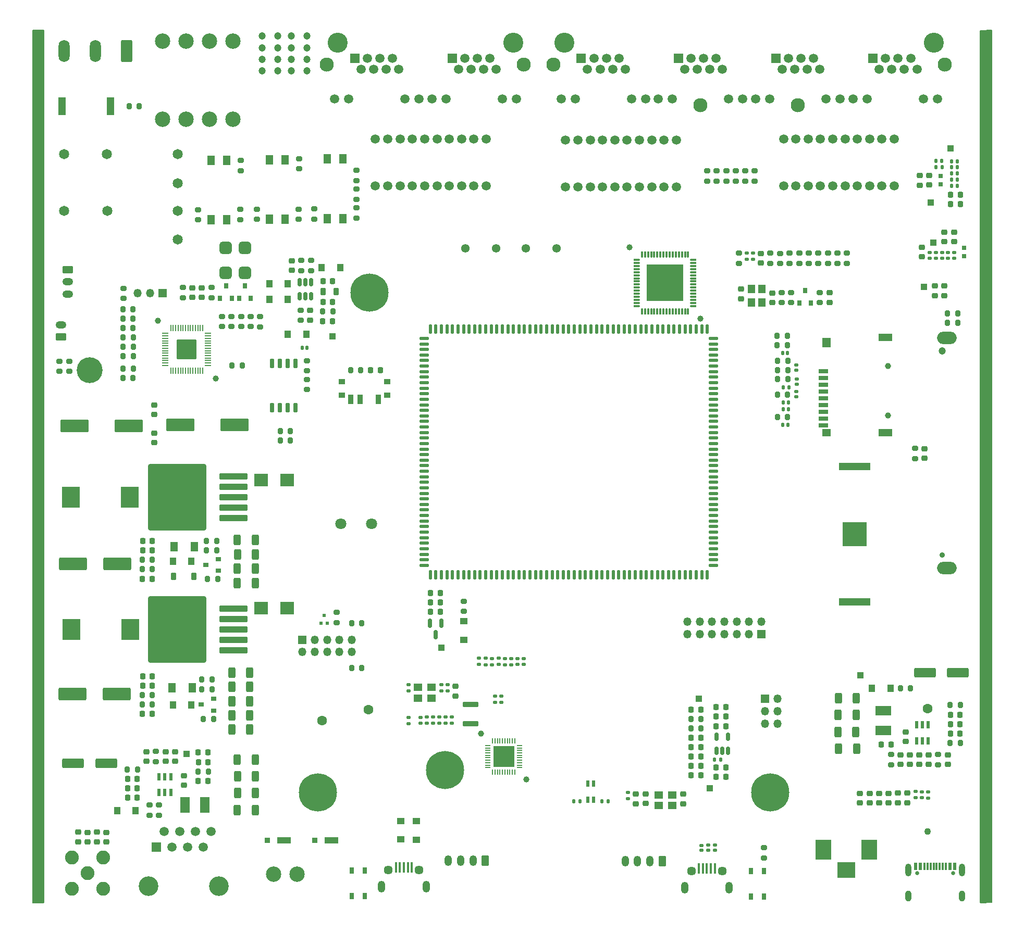
<source format=gts>
G04 #@! TF.GenerationSoftware,KiCad,Pcbnew,8.0.0-rc1*
G04 #@! TF.CreationDate,2025-03-26T09:49:13+03:00*
G04 #@! TF.ProjectId,Movita_3566_HXV_Router_V4.1,4d6f7669-7461-45f3-9335-36365f485856,REV1*
G04 #@! TF.SameCoordinates,Original*
G04 #@! TF.FileFunction,Soldermask,Top*
G04 #@! TF.FilePolarity,Negative*
%FSLAX46Y46*%
G04 Gerber Fmt 4.6, Leading zero omitted, Abs format (unit mm)*
G04 Created by KiCad (PCBNEW 8.0.0-rc1) date 2025-03-26 09:49:13*
%MOMM*%
%LPD*%
G01*
G04 APERTURE LIST*
G04 Aperture macros list*
%AMRoundRect*
0 Rectangle with rounded corners*
0 $1 Rounding radius*
0 $2 $3 $4 $5 $6 $7 $8 $9 X,Y pos of 4 corners*
0 Add a 4 corners polygon primitive as box body*
4,1,4,$2,$3,$4,$5,$6,$7,$8,$9,$2,$3,0*
0 Add four circle primitives for the rounded corners*
1,1,$1+$1,$2,$3*
1,1,$1+$1,$4,$5*
1,1,$1+$1,$6,$7*
1,1,$1+$1,$8,$9*
0 Add four rect primitives between the rounded corners*
20,1,$1+$1,$2,$3,$4,$5,0*
20,1,$1+$1,$4,$5,$6,$7,0*
20,1,$1+$1,$6,$7,$8,$9,0*
20,1,$1+$1,$8,$9,$2,$3,0*%
%AMFreePoly0*
4,1,12,-0.135000,0.500000,0.135000,0.500000,0.135000,-0.365000,0.124724,-0.416662,0.095459,-0.460459,0.051662,-0.489724,0.000000,-0.500000,-0.051662,-0.489724,-0.095459,-0.460459,-0.124724,-0.416662,-0.135000,-0.365000,-0.135000,0.500000,-0.135000,0.500000,$1*%
%AMFreePoly1*
4,1,5,3.000000,-3.000000,-3.000000,-3.000000,-3.000000,3.000000,3.000000,3.000000,3.000000,-3.000000,3.000000,-3.000000,$1*%
%AMFreePoly2*
4,1,12,-0.100000,0.450000,0.100000,0.450000,0.100000,-0.350000,0.092388,-0.388268,0.070711,-0.420711,0.038268,-0.442388,0.000000,-0.450000,-0.038268,-0.442388,-0.070711,-0.420711,-0.092388,-0.388268,-0.100000,-0.350000,-0.100000,0.450000,-0.100000,0.450000,$1*%
%AMFreePoly3*
4,1,12,-0.100000,0.350000,-0.092388,0.388268,-0.070711,0.420711,-0.038268,0.442388,0.000000,0.450000,0.038268,0.442388,0.070711,0.420711,0.092388,0.388268,0.100000,0.350000,0.100000,-0.450000,-0.100000,-0.450000,-0.100000,0.350000,-0.100000,0.350000,$1*%
G04 Aperture macros list end*
%ADD10C,1.500000*%
%ADD11RoundRect,0.200000X-0.200000X-0.275000X0.200000X-0.275000X0.200000X0.275000X-0.200000X0.275000X0*%
%ADD12C,1.000000*%
%ADD13RoundRect,0.250000X-0.625000X0.350000X-0.625000X-0.350000X0.625000X-0.350000X0.625000X0.350000X0*%
%ADD14O,1.750000X1.200000*%
%ADD15RoundRect,0.135000X-0.185000X0.135000X-0.185000X-0.135000X0.185000X-0.135000X0.185000X0.135000X0*%
%ADD16RoundRect,0.140000X-0.170000X0.140000X-0.170000X-0.140000X0.170000X-0.140000X0.170000X0.140000X0*%
%ADD17RoundRect,0.225000X-0.250000X0.225000X-0.250000X-0.225000X0.250000X-0.225000X0.250000X0.225000X0*%
%ADD18R,1.000000X1.300000*%
%ADD19RoundRect,0.225000X-0.225000X-0.250000X0.225000X-0.250000X0.225000X0.250000X-0.225000X0.250000X0*%
%ADD20R,1.000000X1.000000*%
%ADD21C,1.381000*%
%ADD22RoundRect,0.200000X0.200000X0.275000X-0.200000X0.275000X-0.200000X-0.275000X0.200000X-0.275000X0*%
%ADD23RoundRect,0.225000X0.225000X0.250000X-0.225000X0.250000X-0.225000X-0.250000X0.225000X-0.250000X0*%
%ADD24RoundRect,0.200000X0.275000X-0.200000X0.275000X0.200000X-0.275000X0.200000X-0.275000X-0.200000X0*%
%ADD25R,1.150000X1.650000*%
%ADD26RoundRect,0.218750X0.256250X-0.218750X0.256250X0.218750X-0.256250X0.218750X-0.256250X-0.218750X0*%
%ADD27R,0.700000X0.650000*%
%ADD28RoundRect,0.250000X-0.312500X-0.625000X0.312500X-0.625000X0.312500X0.625000X-0.312500X0.625000X0*%
%ADD29RoundRect,0.135000X0.135000X0.185000X-0.135000X0.185000X-0.135000X-0.185000X0.135000X-0.185000X0*%
%ADD30RoundRect,0.225000X0.250000X-0.225000X0.250000X0.225000X-0.250000X0.225000X-0.250000X-0.225000X0*%
%ADD31RoundRect,0.250000X-1.500000X-0.550000X1.500000X-0.550000X1.500000X0.550000X-1.500000X0.550000X0*%
%ADD32RoundRect,0.200000X-0.275000X0.200000X-0.275000X-0.200000X0.275000X-0.200000X0.275000X0.200000X0*%
%ADD33C,1.200000*%
%ADD34R,0.400000X1.745000*%
%ADD35O,1.200000X1.900000*%
%ADD36C,1.450000*%
%ADD37C,4.200000*%
%ADD38R,0.800000X0.900000*%
%ADD39R,0.900000X0.800000*%
%ADD40RoundRect,0.135000X0.185000X-0.135000X0.185000X0.135000X-0.185000X0.135000X-0.185000X-0.135000X0*%
%ADD41RoundRect,0.125000X0.175000X-0.125000X0.175000X0.125000X-0.175000X0.125000X-0.175000X-0.125000X0*%
%ADD42RoundRect,0.140000X0.140000X0.170000X-0.140000X0.170000X-0.140000X-0.170000X0.140000X-0.170000X0*%
%ADD43RoundRect,0.180000X1.070000X-0.270000X1.070000X0.270000X-1.070000X0.270000X-1.070000X-0.270000X0*%
%ADD44C,3.250000*%
%ADD45R,1.500000X1.500000*%
%ADD46C,2.300000*%
%ADD47RoundRect,0.125000X0.125000X0.175000X-0.125000X0.175000X-0.125000X-0.175000X0.125000X-0.175000X0*%
%ADD48C,0.900000*%
%ADD49C,6.200000*%
%ADD50RoundRect,0.140000X-0.140000X-0.170000X0.140000X-0.170000X0.140000X0.170000X-0.140000X0.170000X0*%
%ADD51R,2.500000X3.200000*%
%ADD52R,3.000000X2.500000*%
%ADD53RoundRect,0.218750X0.218750X0.256250X-0.218750X0.256250X-0.218750X-0.256250X0.218750X-0.256250X0*%
%ADD54RoundRect,0.050000X0.425000X0.050000X-0.425000X0.050000X-0.425000X-0.050000X0.425000X-0.050000X0*%
%ADD55RoundRect,0.050000X0.050000X0.425000X-0.050000X0.425000X-0.050000X-0.425000X0.050000X-0.425000X0*%
%ADD56RoundRect,0.144000X1.456000X1.456000X-1.456000X1.456000X-1.456000X-1.456000X1.456000X-1.456000X0*%
%ADD57RoundRect,0.500000X0.500000X-0.500000X0.500000X0.500000X-0.500000X0.500000X-0.500000X-0.500000X0*%
%ADD58RoundRect,0.500000X-0.500000X0.500000X-0.500000X-0.500000X0.500000X-0.500000X0.500000X0.500000X0*%
%ADD59R,2.170000X1.120000*%
%ADD60R,0.850000X0.850000*%
%ADD61RoundRect,0.218750X-0.256250X0.218750X-0.256250X-0.218750X0.256250X-0.218750X0.256250X0.218750X0*%
%ADD62R,1.350000X1.350000*%
%ADD63O,1.350000X1.350000*%
%ADD64RoundRect,0.140000X0.170000X-0.140000X0.170000X0.140000X-0.170000X0.140000X-0.170000X-0.140000X0*%
%ADD65C,1.650000*%
%ADD66FreePoly0,0.000000*%
%ADD67FreePoly0,90.000000*%
%ADD68FreePoly0,180.000000*%
%ADD69FreePoly0,270.000000*%
%ADD70FreePoly1,0.000000*%
%ADD71RoundRect,0.218750X-0.218750X-0.256250X0.218750X-0.256250X0.218750X0.256250X-0.218750X0.256250X0*%
%ADD72RoundRect,0.135000X-0.135000X-0.185000X0.135000X-0.185000X0.135000X0.185000X-0.135000X0.185000X0*%
%ADD73FreePoly2,180.000000*%
%ADD74FreePoly3,90.000000*%
%ADD75FreePoly2,270.000000*%
%ADD76FreePoly3,180.000000*%
%ADD77FreePoly2,0.000000*%
%ADD78FreePoly2,90.000000*%
%ADD79R,3.450000X3.450000*%
%ADD80R,1.300000X1.000000*%
%ADD81RoundRect,0.250001X-2.049999X-0.799999X2.049999X-0.799999X2.049999X0.799999X-2.049999X0.799999X0*%
%ADD82R,2.500000X1.500000*%
%ADD83C,2.250000*%
%ADD84RoundRect,0.250001X1.999999X0.799999X-1.999999X0.799999X-1.999999X-0.799999X1.999999X-0.799999X0*%
%ADD85RoundRect,0.125000X-0.175000X0.125000X-0.175000X-0.125000X0.175000X-0.125000X0.175000X0.125000X0*%
%ADD86R,1.250000X1.500000*%
%ADD87RoundRect,0.218750X0.218750X0.381250X-0.218750X0.381250X-0.218750X-0.381250X0.218750X-0.381250X0*%
%ADD88RoundRect,0.250001X2.049999X0.799999X-2.049999X0.799999X-2.049999X-0.799999X2.049999X-0.799999X0*%
%ADD89R,1.400000X1.200000*%
%ADD90RoundRect,0.225000X0.225000X0.375000X-0.225000X0.375000X-0.225000X-0.375000X0.225000X-0.375000X0*%
%ADD91RoundRect,0.250000X0.312500X0.625000X-0.312500X0.625000X-0.312500X-0.625000X0.312500X-0.625000X0*%
%ADD92R,0.650000X1.050000*%
%ADD93RoundRect,0.250000X1.500000X0.550000X-1.500000X0.550000X-1.500000X-0.550000X1.500000X-0.550000X0*%
%ADD94RoundRect,0.250000X2.050000X0.300000X-2.050000X0.300000X-2.050000X-0.300000X2.050000X-0.300000X0*%
%ADD95RoundRect,0.250002X4.449998X5.149998X-4.449998X5.149998X-4.449998X-5.149998X4.449998X-5.149998X0*%
%ADD96RoundRect,0.250000X0.625000X-0.350000X0.625000X0.350000X-0.625000X0.350000X-0.625000X-0.350000X0*%
%ADD97C,2.500000*%
%ADD98R,0.500000X0.600000*%
%ADD99C,0.650000*%
%ADD100R,0.600000X1.240000*%
%ADD101R,0.300000X1.240000*%
%ADD102O,1.000000X2.100000*%
%ADD103O,1.000000X1.800000*%
%ADD104R,0.600000X1.050000*%
%ADD105RoundRect,0.150000X0.150000X-0.512500X0.150000X0.512500X-0.150000X0.512500X-0.150000X-0.512500X0*%
%ADD106R,3.000000X3.500000*%
%ADD107R,5.080000X1.270000*%
%ADD108R,3.960000X3.960000*%
%ADD109RoundRect,0.150000X-0.150000X0.650000X-0.150000X-0.650000X0.150000X-0.650000X0.150000X0.650000X0*%
%ADD110R,0.600000X1.200000*%
%ADD111RoundRect,0.250000X0.650000X1.550000X-0.650000X1.550000X-0.650000X-1.550000X0.650000X-1.550000X0*%
%ADD112O,1.800000X3.600000*%
%ADD113R,1.200000X1.400000*%
%ADD114R,1.500000X2.500000*%
%ADD115RoundRect,0.125000X0.125000X-0.625000X0.125000X0.625000X-0.125000X0.625000X-0.125000X-0.625000X0*%
%ADD116RoundRect,0.125000X0.625000X0.125000X-0.625000X0.125000X-0.625000X-0.125000X0.625000X-0.125000X0*%
%ADD117RoundRect,0.125000X-0.125000X0.625000X-0.125000X-0.625000X0.125000X-0.625000X0.125000X0.625000X0*%
%ADD118RoundRect,0.125000X-0.625000X-0.125000X0.625000X-0.125000X0.625000X0.125000X-0.625000X0.125000X0*%
%ADD119RoundRect,0.150000X-0.150000X0.512500X-0.150000X-0.512500X0.150000X-0.512500X0.150000X0.512500X0*%
%ADD120C,3.200000*%
%ADD121R,1.300000X3.000000*%
%ADD122R,0.830000X1.630000*%
%ADD123R,1.030000X0.830000*%
%ADD124R,2.250000X2.050000*%
%ADD125R,1.600000X0.700000*%
%ADD126R,2.200000X1.200000*%
%ADD127R,1.400000X1.600000*%
%ADD128RoundRect,0.150000X-0.150000X0.587500X-0.150000X-0.587500X0.150000X-0.587500X0.150000X0.587500X0*%
%ADD129C,1.800000*%
%ADD130C,1.600000*%
%ADD131RoundRect,0.250000X0.350000X0.625000X-0.350000X0.625000X-0.350000X-0.625000X0.350000X-0.625000X0*%
%ADD132O,1.200000X1.750000*%
%ADD133C,1.100000*%
%ADD134O,3.200000X2.000000*%
G04 APERTURE END LIST*
D10*
X103250000Y-50940000D03*
X105250000Y-50940000D03*
X107250000Y-50940000D03*
X109250000Y-50940000D03*
X111250000Y-50940000D03*
X113250000Y-50940000D03*
X115250000Y-50940000D03*
X117250000Y-50940000D03*
X119250000Y-50940000D03*
X121250000Y-50940000D03*
X121250000Y-43320000D03*
X119250000Y-43320000D03*
X117250000Y-43320000D03*
X115250000Y-43320000D03*
X113250000Y-43320000D03*
X111250000Y-43320000D03*
X109250000Y-43320000D03*
X107250000Y-43320000D03*
X105250000Y-43320000D03*
X103250000Y-43320000D03*
D11*
X75995000Y-114840000D03*
X77645000Y-114840000D03*
D12*
X120390000Y-140020000D03*
D13*
X53280000Y-64530000D03*
D14*
X53280000Y-66530000D03*
X53280000Y-68530000D03*
D15*
X111572500Y-137287500D03*
X111572500Y-138307500D03*
D16*
X193340000Y-61742500D03*
X193340000Y-62702500D03*
D11*
X62235000Y-82130000D03*
X63885000Y-82130000D03*
D17*
X191680000Y-49245000D03*
X191680000Y-50795000D03*
D18*
X86005000Y-66820000D03*
X89005000Y-66820000D03*
X70350000Y-135370000D03*
X73350000Y-135370000D03*
D19*
X112230000Y-118660000D03*
X113780000Y-118660000D03*
D20*
X96280000Y-75370000D03*
D11*
X188525000Y-132660000D03*
X190175000Y-132660000D03*
D21*
X117830000Y-61090000D03*
X122830000Y-61090000D03*
D22*
X63885000Y-74010000D03*
X62235000Y-74010000D03*
D23*
X66965000Y-110190000D03*
X65415000Y-110190000D03*
D12*
X156090000Y-72480000D03*
D24*
X100160000Y-53110000D03*
X100160000Y-51460000D03*
D11*
X99395000Y-129290000D03*
X101045000Y-129290000D03*
D25*
X70567500Y-109610000D03*
X73867500Y-109610000D03*
D26*
X177080000Y-69847500D03*
X177080000Y-68272500D03*
D23*
X66970000Y-108640000D03*
X65420000Y-108640000D03*
D27*
X195090000Y-50635000D03*
X195090000Y-49285000D03*
D28*
X80807500Y-115480000D03*
X83732500Y-115480000D03*
D22*
X67015000Y-113270000D03*
X65365000Y-113270000D03*
D24*
X194695000Y-145040000D03*
X194695000Y-143390000D03*
D29*
X141080000Y-150980000D03*
X140060000Y-150980000D03*
D30*
X189420000Y-141285000D03*
X189420000Y-139735000D03*
D11*
X63255000Y-37950000D03*
X64905000Y-37950000D03*
D15*
X114960000Y-132040000D03*
X114960000Y-133060000D03*
D24*
X78350000Y-73817500D03*
X78350000Y-72167500D03*
X53490000Y-81065000D03*
X53490000Y-79415000D03*
D12*
X127790000Y-147420000D03*
D16*
X192030000Y-149440000D03*
X192030000Y-150400000D03*
D31*
X192500000Y-130110000D03*
X197900000Y-130110000D03*
D32*
X51930000Y-79415000D03*
X51930000Y-81065000D03*
D33*
X89550000Y-26540000D03*
X92090000Y-26540000D03*
X89550000Y-28440000D03*
X92090000Y-28440000D03*
X89550000Y-30340000D03*
X92090000Y-30340000D03*
X89550000Y-32240000D03*
X92090000Y-32240000D03*
D34*
X106565000Y-161762500D03*
X107215000Y-161762500D03*
X107865000Y-161762500D03*
X108515000Y-161762500D03*
X109165000Y-161762500D03*
D35*
X104240000Y-164890000D03*
D36*
X105365000Y-162210000D03*
X110365000Y-162210000D03*
D35*
X111490000Y-164890000D03*
D17*
X196245000Y-143430000D03*
X196245000Y-144980000D03*
D30*
X195700000Y-59995000D03*
X195700000Y-58445000D03*
D17*
X162630000Y-67705000D03*
X162630000Y-69255000D03*
D32*
X92130000Y-82385000D03*
X92130000Y-84035000D03*
D11*
X62260000Y-78592500D03*
X63910000Y-78592500D03*
D21*
X132690000Y-61100000D03*
X127690000Y-61100000D03*
D23*
X66970000Y-132160000D03*
X65420000Y-132160000D03*
D30*
X197270000Y-59975000D03*
X197270000Y-58425000D03*
D28*
X79907500Y-137010000D03*
X82832500Y-137010000D03*
D37*
X56820000Y-80930000D03*
D38*
X78020000Y-69192500D03*
X79920000Y-69192500D03*
X78970000Y-67192500D03*
D33*
X84810000Y-26540000D03*
X87350000Y-26540000D03*
X84810000Y-28440000D03*
X87350000Y-28440000D03*
X84810000Y-30340000D03*
X87350000Y-30340000D03*
X84810000Y-32240000D03*
X87350000Y-32240000D03*
D24*
X178320000Y-63495000D03*
X178320000Y-61845000D03*
D11*
X65360000Y-135230000D03*
X67010000Y-135230000D03*
D39*
X77700000Y-113500000D03*
X77700000Y-111600000D03*
X75700000Y-112550000D03*
D40*
X115642500Y-138307500D03*
X115642500Y-137287500D03*
D11*
X168576511Y-84900000D03*
X170226511Y-84900000D03*
X168535000Y-76840000D03*
X170185000Y-76840000D03*
D32*
X92140000Y-79345000D03*
X92140000Y-80995000D03*
D41*
X171650000Y-85193489D03*
X171650000Y-84393489D03*
D30*
X70687500Y-144485000D03*
X70687500Y-142935000D03*
D19*
X158622500Y-138769998D03*
X160172500Y-138769998D03*
D42*
X195300000Y-47880000D03*
X194340000Y-47880000D03*
D15*
X125330000Y-127760000D03*
X125330000Y-128780000D03*
D24*
X172120000Y-63510000D03*
X172120000Y-61860000D03*
X160250000Y-50125000D03*
X160250000Y-48475000D03*
D22*
X89435000Y-92295000D03*
X87785000Y-92295000D03*
D40*
X114622500Y-138307500D03*
X114622500Y-137287500D03*
D43*
X118720000Y-138377500D03*
X118720000Y-135277500D03*
D40*
X144275000Y-150585000D03*
X144275000Y-149565000D03*
D12*
X144520000Y-60910000D03*
D17*
X147150000Y-149815000D03*
X147150000Y-151365000D03*
D23*
X156105000Y-140670000D03*
X154555000Y-140670000D03*
D18*
X92012500Y-75040000D03*
X89012500Y-75040000D03*
D19*
X94737500Y-66430000D03*
X96287500Y-66430000D03*
D44*
X125630000Y-27670000D03*
X97130000Y-27670000D03*
D45*
X99910000Y-30210000D03*
X115710000Y-30210000D03*
D10*
X100930000Y-31990000D03*
X116730000Y-31990000D03*
X101950000Y-30210000D03*
X117750000Y-30210000D03*
X102970000Y-31990000D03*
X118770000Y-31990000D03*
X103990000Y-30210000D03*
X119790000Y-30210000D03*
X105010000Y-31990000D03*
X120810000Y-31990000D03*
X106030000Y-30210000D03*
X121830000Y-30210000D03*
X107050000Y-31990000D03*
X122850000Y-31990000D03*
X98920000Y-36800000D03*
X96630000Y-36800000D03*
X110350000Y-36800000D03*
X108060000Y-36800000D03*
X114730000Y-36800000D03*
X112440000Y-36800000D03*
X126160000Y-36800000D03*
X123870000Y-36800000D03*
D46*
X127380000Y-31230000D03*
X95380000Y-31230000D03*
D47*
X170233489Y-89800000D03*
X169433489Y-89800000D03*
D48*
X99657580Y-68255000D03*
X100407580Y-66405000D03*
X100407580Y-70105000D03*
X102257580Y-65655000D03*
D49*
X102257580Y-68255000D03*
D48*
X102257580Y-70855000D03*
X104107580Y-66405000D03*
X104107580Y-70105000D03*
X104857580Y-68255000D03*
D16*
X110572500Y-137337500D03*
X110572500Y-138297500D03*
D50*
X196830000Y-49900000D03*
X197790000Y-49900000D03*
D20*
X196710000Y-44840000D03*
D16*
X197260000Y-61742500D03*
X197260000Y-62702500D03*
D24*
X187020000Y-145030000D03*
X187020000Y-143380000D03*
D50*
X196830000Y-50880000D03*
X197790000Y-50880000D03*
D51*
X175990000Y-158840000D03*
X183490000Y-158840000D03*
D52*
X179740000Y-162190000D03*
D16*
X164570000Y-61880000D03*
X164570000Y-62840000D03*
D11*
X75030000Y-131205000D03*
X76680000Y-131205000D03*
D12*
X67900000Y-72820000D03*
D24*
X168970000Y-63535000D03*
X168970000Y-61885000D03*
D30*
X66060000Y-144480000D03*
X66060000Y-142930000D03*
D32*
X91095000Y-71115000D03*
X91095000Y-72765000D03*
D20*
X192350000Y-67320000D03*
D24*
X93310000Y-56325000D03*
X93310000Y-54675000D03*
D53*
X160182500Y-147000000D03*
X158607500Y-147000000D03*
D32*
X74437500Y-54780000D03*
X74437500Y-56430000D03*
D15*
X123250000Y-127740000D03*
X123250000Y-128760000D03*
D50*
X196820000Y-46910000D03*
X197780000Y-46910000D03*
D24*
X100185000Y-56160000D03*
X100185000Y-54510000D03*
D54*
X76072000Y-80117500D03*
X76072000Y-79717500D03*
X76072000Y-79317500D03*
X76072000Y-78917500D03*
X76072000Y-78517500D03*
X76072000Y-78117500D03*
X76072000Y-77717500D03*
X76072000Y-77317500D03*
X76072000Y-76917500D03*
X76072000Y-76517500D03*
X76072000Y-76117500D03*
X76072000Y-75717500D03*
X76072000Y-75317500D03*
X76072000Y-74917500D03*
D55*
X75197500Y-74043000D03*
X74797500Y-74043000D03*
X74397500Y-74043000D03*
X73997500Y-74043000D03*
X73597500Y-74043000D03*
X73197500Y-74043000D03*
X72797500Y-74043000D03*
X72397500Y-74043000D03*
X71997500Y-74043000D03*
X71597500Y-74043000D03*
X71197500Y-74043000D03*
X70797500Y-74043000D03*
X70397500Y-74043000D03*
X69997500Y-74043000D03*
D54*
X69123000Y-74917500D03*
X69123000Y-75317500D03*
X69123000Y-75717500D03*
X69123000Y-76117500D03*
X69123000Y-76517500D03*
X69123000Y-76917500D03*
X69123000Y-77317500D03*
X69123000Y-77717500D03*
X69123000Y-78117500D03*
X69123000Y-78517500D03*
X69123000Y-78917500D03*
X69123000Y-79317500D03*
X69123000Y-79717500D03*
X69123000Y-80117500D03*
D55*
X69997500Y-80992000D03*
X70397500Y-80992000D03*
X70797500Y-80992000D03*
X71197500Y-80992000D03*
X71597500Y-80992000D03*
X71997500Y-80992000D03*
X72397500Y-80992000D03*
X72797500Y-80992000D03*
X73197500Y-80992000D03*
X73597500Y-80992000D03*
X73997500Y-80992000D03*
X74397500Y-80992000D03*
X74797500Y-80992000D03*
X75197500Y-80992000D03*
D56*
X72597500Y-77517500D03*
D53*
X104057500Y-80860000D03*
X102482500Y-80860000D03*
D15*
X123700000Y-133880000D03*
X123700000Y-134900000D03*
D17*
X89680000Y-63095000D03*
X89680000Y-64645000D03*
X181990000Y-149690000D03*
X181990000Y-151240000D03*
D30*
X54916250Y-157566250D03*
X54916250Y-156016250D03*
D57*
X78950000Y-61032500D03*
D58*
X78950000Y-65032500D03*
D24*
X62320000Y-69245000D03*
X62320000Y-67595000D03*
D59*
X88380000Y-157350000D03*
D60*
X85700000Y-157350000D03*
D61*
X192050000Y-60880000D03*
X192050000Y-62455000D03*
D17*
X56466250Y-156031250D03*
X56466250Y-157581250D03*
D62*
X166579903Y-134351703D03*
D63*
X168579903Y-134351703D03*
X166579903Y-136351703D03*
X168579903Y-136351703D03*
X166579903Y-138351703D03*
X168579903Y-138351703D03*
D64*
X113950000Y-133027500D03*
X113950000Y-132067500D03*
D24*
X100175000Y-50030000D03*
X100175000Y-48380000D03*
D11*
X168586511Y-80850000D03*
X170236511Y-80850000D03*
D65*
X71130000Y-50470000D03*
X71130000Y-45770000D03*
X59630000Y-45770000D03*
X52630000Y-45770000D03*
D24*
X71990000Y-69115000D03*
X71990000Y-67465000D03*
X175210000Y-63495000D03*
X175210000Y-61845000D03*
D66*
X154055000Y-62095000D03*
X153555000Y-62095000D03*
X153055000Y-62095000D03*
X152555000Y-62095000D03*
X152055000Y-62095000D03*
X151555000Y-62095000D03*
X151055000Y-62095000D03*
X150555000Y-62095000D03*
X150055000Y-62095000D03*
X149555000Y-62095000D03*
X149055000Y-62095000D03*
X148555000Y-62095000D03*
X148055000Y-62095000D03*
X147555000Y-62095000D03*
X147055000Y-62095000D03*
X146555000Y-62095000D03*
D67*
X145705000Y-62945000D03*
X145705000Y-63445000D03*
X145705000Y-63945000D03*
X145705000Y-64445000D03*
X145705000Y-64945000D03*
X145705000Y-65445000D03*
X145705000Y-65945000D03*
X145705000Y-66445000D03*
X145705000Y-66945000D03*
X145705000Y-67445000D03*
X145705000Y-67945000D03*
X145705000Y-68445000D03*
X145705000Y-68945000D03*
X145705000Y-69445000D03*
X145705000Y-69945000D03*
X145705000Y-70445000D03*
D68*
X146555000Y-71295000D03*
X147055000Y-71295000D03*
X147555000Y-71295000D03*
X148055000Y-71295000D03*
X148555000Y-71295000D03*
X149055000Y-71295000D03*
X149555000Y-71295000D03*
X150055000Y-71295000D03*
X150555000Y-71295000D03*
X151055000Y-71295000D03*
X151555000Y-71295000D03*
X152055000Y-71295000D03*
X152555000Y-71295000D03*
X153055000Y-71295000D03*
X153555000Y-71295000D03*
X154055000Y-71295000D03*
D69*
X154905000Y-70445000D03*
X154905000Y-69945000D03*
X154905000Y-69445000D03*
X154905000Y-68945000D03*
X154905000Y-68445000D03*
X154905000Y-67945000D03*
X154905000Y-67445000D03*
X154905000Y-66945000D03*
X154905000Y-66445000D03*
X154905000Y-65945000D03*
X154905000Y-65445000D03*
X154905000Y-64945000D03*
X154905000Y-64445000D03*
X154905000Y-63945000D03*
X154905000Y-63445000D03*
X154905000Y-62945000D03*
D70*
X150305000Y-66695000D03*
D62*
X165952000Y-123811703D03*
D63*
X165952000Y-121811703D03*
X163952000Y-123811703D03*
X163952000Y-121811703D03*
X161952000Y-123811703D03*
X161952000Y-121811703D03*
X159952000Y-123811703D03*
X159952000Y-121811703D03*
X157952000Y-123811703D03*
X157952000Y-121811703D03*
X155952000Y-123811703D03*
X155952000Y-121811703D03*
X153952000Y-123811703D03*
X153952000Y-121811703D03*
D64*
X127340000Y-128750000D03*
X127340000Y-127790000D03*
D71*
X185442500Y-141780000D03*
X187017500Y-141780000D03*
D30*
X59526250Y-157586250D03*
X59526250Y-156036250D03*
D32*
X81347500Y-46770000D03*
X81347500Y-48420000D03*
D72*
X135490000Y-150980000D03*
X136510000Y-150980000D03*
D23*
X198235000Y-139950000D03*
X196685000Y-139950000D03*
D24*
X157140000Y-50125000D03*
X157140000Y-48475000D03*
D19*
X94747500Y-69760000D03*
X96297500Y-69760000D03*
D23*
X198225000Y-138430000D03*
X196675000Y-138430000D03*
D73*
X122290000Y-146270000D03*
X122690000Y-146270000D03*
X123090000Y-146270000D03*
X123490000Y-146270000D03*
X123890000Y-146270000D03*
X124290000Y-146270000D03*
X124690000Y-146270000D03*
X125090000Y-146270000D03*
X125490000Y-146270000D03*
X125890000Y-146270000D03*
D74*
X126640000Y-145520000D03*
X126640000Y-145120000D03*
X126640000Y-144720000D03*
X126640000Y-144320000D03*
X126640000Y-143920000D03*
X126640000Y-143520000D03*
X126640000Y-143120000D03*
X126640000Y-142720000D03*
X126640000Y-142320000D03*
D75*
X126640000Y-141920000D03*
D76*
X125890000Y-141170000D03*
X125490000Y-141170000D03*
X125090000Y-141170000D03*
X124690000Y-141170000D03*
X124290000Y-141170000D03*
X123890000Y-141170000D03*
X123490000Y-141170000D03*
X123090000Y-141170000D03*
X122690000Y-141170000D03*
D77*
X122290000Y-141170000D03*
D78*
X121540000Y-141920000D03*
X121540000Y-142320000D03*
X121540000Y-142720000D03*
X121540000Y-143120000D03*
X121540000Y-143520000D03*
X121540000Y-143920000D03*
X121540000Y-144320000D03*
X121540000Y-144720000D03*
X121540000Y-145120000D03*
X121540000Y-145520000D03*
D79*
X124090000Y-143720000D03*
D62*
X68650000Y-68390000D03*
D63*
X66650000Y-68390000D03*
X64650000Y-68390000D03*
D30*
X165850000Y-63465000D03*
X165850000Y-61915000D03*
D28*
X80817500Y-108460000D03*
X83742500Y-108460000D03*
D16*
X126340000Y-127790000D03*
X126340000Y-128750000D03*
D23*
X76025000Y-144615000D03*
X74475000Y-144615000D03*
D19*
X112230000Y-117130000D03*
X113780000Y-117130000D03*
D80*
X109930000Y-157225000D03*
X109930000Y-154225000D03*
D81*
X71530000Y-89800000D03*
X80330000Y-89800000D03*
D82*
X185755000Y-139480000D03*
X185755000Y-136230000D03*
D19*
X158617500Y-137229998D03*
X160167500Y-137229998D03*
D24*
X163320000Y-50130000D03*
X163320000Y-48480000D03*
D19*
X62985000Y-150390000D03*
X64535000Y-150390000D03*
D32*
X81307500Y-54760000D03*
X81307500Y-56410000D03*
D83*
X56470000Y-162660000D03*
X53920000Y-165210000D03*
X59020000Y-165210000D03*
X59020000Y-160110000D03*
X53920000Y-160110000D03*
D62*
X91400000Y-124730000D03*
D63*
X91400000Y-126730000D03*
X93400000Y-124730000D03*
X93400000Y-126730000D03*
X95400000Y-124730000D03*
X95400000Y-126730000D03*
X97400000Y-124730000D03*
X97400000Y-126730000D03*
X99400000Y-124730000D03*
X99400000Y-126730000D03*
D84*
X61230000Y-133525000D03*
X54030000Y-133525000D03*
D23*
X156105000Y-143710000D03*
X154555000Y-143710000D03*
D11*
X74437500Y-146125000D03*
X76087500Y-146125000D03*
D32*
X190900000Y-93590000D03*
X190900000Y-95240000D03*
D15*
X112582500Y-137287500D03*
X112582500Y-138307500D03*
D30*
X69150000Y-144480000D03*
X69150000Y-142930000D03*
D85*
X171670000Y-82356511D03*
X171670000Y-83156511D03*
D84*
X61340000Y-112375000D03*
X54140000Y-112375000D03*
D19*
X158620000Y-145470000D03*
X160170000Y-145470000D03*
D86*
X88600000Y-46660000D03*
X86060000Y-46660000D03*
X86060000Y-56320000D03*
X88600000Y-56320000D03*
D20*
X182050000Y-130530000D03*
D22*
X96347500Y-71330000D03*
X94697500Y-71330000D03*
D28*
X80820000Y-113170000D03*
X83745000Y-113170000D03*
D87*
X96835000Y-68100000D03*
X94710000Y-68100000D03*
D16*
X163580000Y-61880000D03*
X163580000Y-62840000D03*
D22*
X77465000Y-110210000D03*
X75815000Y-110210000D03*
D17*
X190100000Y-143435000D03*
X190100000Y-144985000D03*
D24*
X162290000Y-63505000D03*
X162290000Y-61855000D03*
D41*
X157330000Y-158940000D03*
X157330000Y-158140000D03*
D50*
X196830000Y-48910000D03*
X197790000Y-48910000D03*
D17*
X195700000Y-67205000D03*
X195700000Y-68755000D03*
D32*
X84540000Y-72187500D03*
X84540000Y-73837500D03*
D23*
X156115000Y-146790000D03*
X154565000Y-146790000D03*
D27*
X198890000Y-62360000D03*
X198890000Y-61010000D03*
D24*
X96980000Y-121935000D03*
X96980000Y-120285000D03*
D88*
X63200000Y-89940000D03*
X54400000Y-89940000D03*
D24*
X170540000Y-63522500D03*
X170540000Y-61872500D03*
D89*
X112400000Y-132487500D03*
X110200000Y-132487500D03*
X110200000Y-134187500D03*
X112400000Y-134187500D03*
D42*
X195290000Y-46880000D03*
X194330000Y-46880000D03*
D44*
X194015000Y-27670000D03*
X133915000Y-27670000D03*
D45*
X136695000Y-30210000D03*
X152495000Y-30210000D03*
X168295000Y-30210000D03*
X184095000Y-30210000D03*
D10*
X137715000Y-31990000D03*
X153515000Y-31990000D03*
X169315000Y-31990000D03*
X185115000Y-31990000D03*
X138735000Y-30210000D03*
X154535000Y-30210000D03*
X170335000Y-30210000D03*
X186135000Y-30210000D03*
X139755000Y-31990000D03*
X155555000Y-31990000D03*
X171355000Y-31990000D03*
X187155000Y-31990000D03*
X140775000Y-30210000D03*
X156575000Y-30210000D03*
X172375000Y-30210000D03*
X188175000Y-30210000D03*
X141795000Y-31990000D03*
X157595000Y-31990000D03*
X173395000Y-31990000D03*
X189195000Y-31990000D03*
X142815000Y-30210000D03*
X158615000Y-30210000D03*
X174415000Y-30210000D03*
X190215000Y-30210000D03*
X143835000Y-31990000D03*
X159635000Y-31990000D03*
X175435000Y-31990000D03*
X191235000Y-31990000D03*
X135695000Y-36800000D03*
X133405000Y-36800000D03*
X147125000Y-36800000D03*
X144835000Y-36800000D03*
X151505000Y-36800000D03*
X149215000Y-36800000D03*
X162935000Y-36800000D03*
X160645000Y-36800000D03*
X167315000Y-36800000D03*
X165025000Y-36800000D03*
X178745000Y-36800000D03*
X176455000Y-36800000D03*
X183125000Y-36800000D03*
X180835000Y-36800000D03*
X194555000Y-36800000D03*
X192265000Y-36800000D03*
D46*
X195765000Y-31230000D03*
X171865000Y-37820000D03*
X156065000Y-37820000D03*
X132165000Y-31230000D03*
D86*
X79117500Y-46745000D03*
X76577500Y-46745000D03*
X76577500Y-56405000D03*
X79117500Y-56405000D03*
D89*
X149250000Y-151670000D03*
X151450000Y-151670000D03*
X151450000Y-149970000D03*
X149250000Y-149970000D03*
D47*
X170323489Y-87210000D03*
X169523489Y-87210000D03*
D17*
X72160000Y-146855000D03*
X72160000Y-148405000D03*
D11*
X196620000Y-135370000D03*
X198270000Y-135370000D03*
D30*
X92625000Y-72720000D03*
X92625000Y-71170000D03*
D61*
X145545000Y-149817500D03*
X145545000Y-151392500D03*
D90*
X73770000Y-114440000D03*
X70470000Y-114440000D03*
D22*
X64605000Y-145790000D03*
X62955000Y-145790000D03*
D91*
X181410000Y-142470000D03*
X178485000Y-142470000D03*
D22*
X89435000Y-90760000D03*
X87785000Y-90760000D03*
D23*
X156105000Y-142190000D03*
X154555000Y-142190000D03*
D22*
X198285000Y-141470000D03*
X196635000Y-141470000D03*
D17*
X185100000Y-149695000D03*
X185100000Y-151245000D03*
D47*
X170323489Y-86180000D03*
X169523489Y-86180000D03*
D65*
X71160000Y-59660000D03*
X71160000Y-54960000D03*
X59660000Y-54960000D03*
X52660000Y-54960000D03*
D24*
X117630000Y-120115000D03*
X117630000Y-118465000D03*
D22*
X81595000Y-80120000D03*
X79945000Y-80120000D03*
D23*
X66970000Y-130640000D03*
X65420000Y-130640000D03*
D92*
X166385000Y-162315000D03*
X166385000Y-166465000D03*
X164235000Y-162315000D03*
X164235000Y-166465000D03*
D93*
X59495000Y-144790000D03*
X54095000Y-144790000D03*
D24*
X91215000Y-64695000D03*
X91215000Y-63045000D03*
D28*
X80820000Y-144210000D03*
X83745000Y-144210000D03*
D20*
X193450000Y-53600000D03*
D24*
X92775000Y-64705000D03*
X92775000Y-63055000D03*
D72*
X158337500Y-144210000D03*
X159357500Y-144210000D03*
D11*
X196185000Y-71620000D03*
X197835000Y-71620000D03*
D34*
X155795000Y-161882500D03*
X156445000Y-161882500D03*
X157095000Y-161882500D03*
X157745000Y-161882500D03*
X158395000Y-161882500D03*
D35*
X153470000Y-165010000D03*
D36*
X154595000Y-162330000D03*
X159595000Y-162330000D03*
D35*
X160720000Y-165010000D03*
D24*
X76600000Y-69095000D03*
X76600000Y-67445000D03*
D94*
X80160000Y-104920000D03*
X80160000Y-103220000D03*
X80160000Y-101520000D03*
D95*
X71010000Y-101520000D03*
D94*
X80160000Y-99820000D03*
X80160000Y-98120000D03*
D17*
X67330000Y-86530000D03*
X67330000Y-88080000D03*
D19*
X112230000Y-120210000D03*
X113780000Y-120210000D03*
D28*
X80837500Y-149650000D03*
X83762500Y-149650000D03*
D24*
X161780000Y-50125000D03*
X161780000Y-48475000D03*
D15*
X113592500Y-137287500D03*
X113592500Y-138307500D03*
D24*
X176770000Y-63495000D03*
X176770000Y-61845000D03*
D96*
X52180000Y-75500000D03*
D14*
X52180000Y-73500000D03*
D24*
X68080000Y-153265000D03*
X68080000Y-151615000D03*
D18*
X86005000Y-69380000D03*
X89005000Y-69380000D03*
D23*
X76020000Y-143075000D03*
X74470000Y-143075000D03*
D97*
X68715000Y-27420000D03*
X72525000Y-27420000D03*
X76335000Y-27420000D03*
X80145000Y-27420000D03*
X68715000Y-40120000D03*
X72525000Y-40120000D03*
X76335000Y-40120000D03*
X80145000Y-40120000D03*
D98*
X94420000Y-122040000D03*
X95420000Y-122040000D03*
X94920000Y-120740000D03*
D24*
X82970000Y-73812500D03*
X82970000Y-72162500D03*
X66530000Y-153275000D03*
X66530000Y-151625000D03*
D30*
X67330000Y-92645000D03*
X67330000Y-91095000D03*
D41*
X171650000Y-80860000D03*
X171650000Y-80060000D03*
D11*
X168550000Y-88480000D03*
X170200000Y-88480000D03*
D17*
X188170000Y-149675000D03*
X188170000Y-151225000D03*
D19*
X158610000Y-135707500D03*
X160160000Y-135707500D03*
D99*
X191300000Y-162690000D03*
X197080000Y-162690000D03*
D100*
X190990000Y-161570000D03*
X191790000Y-161570000D03*
D101*
X192940000Y-161570000D03*
X193940000Y-161570000D03*
X194440000Y-161570000D03*
X195440000Y-161570000D03*
D100*
X196590000Y-161570000D03*
X197390000Y-161570000D03*
X197390000Y-161570000D03*
X196590000Y-161570000D03*
D101*
X195940000Y-161570000D03*
X194940000Y-161570000D03*
X193440000Y-161570000D03*
X192440000Y-161570000D03*
D100*
X191790000Y-161570000D03*
X190990000Y-161570000D03*
D102*
X189870000Y-162170000D03*
D103*
X189870000Y-166370000D03*
D102*
X198510000Y-162170000D03*
D103*
X198510000Y-166370000D03*
D41*
X158410000Y-158920000D03*
X158410000Y-158120000D03*
D80*
X107337500Y-157207500D03*
X107337500Y-154207500D03*
D91*
X181360000Y-136900000D03*
X178435000Y-136900000D03*
D32*
X90825000Y-46500000D03*
X90825000Y-48150000D03*
D38*
X81120000Y-69202500D03*
X83020000Y-69202500D03*
X82070000Y-67202500D03*
D20*
X72540000Y-143265000D03*
D47*
X170230000Y-78070000D03*
X169430000Y-78070000D03*
D17*
X73520000Y-67505000D03*
X73520000Y-69055000D03*
D11*
X62260000Y-77072500D03*
X63910000Y-77072500D03*
D104*
X137720000Y-148130000D03*
X137720000Y-150780000D03*
X138720000Y-150780000D03*
X138720000Y-148130000D03*
D19*
X196710000Y-53850000D03*
X198260000Y-53850000D03*
D57*
X82010000Y-61032500D03*
D58*
X82010000Y-65032500D03*
D23*
X156105000Y-145250000D03*
X154555000Y-145250000D03*
D40*
X193080000Y-150450000D03*
X193080000Y-149430000D03*
D11*
X168581511Y-79330000D03*
X170231511Y-79330000D03*
D28*
X80837500Y-146910000D03*
X83762500Y-146910000D03*
D11*
X65360000Y-133690000D03*
X67010000Y-133690000D03*
D15*
X108632500Y-137347500D03*
X108632500Y-138367500D03*
D22*
X156145000Y-139140000D03*
X154495000Y-139140000D03*
D105*
X158665000Y-142757500D03*
X159615000Y-142757500D03*
X160565000Y-142757500D03*
X160565000Y-140482500D03*
X158665000Y-140482500D03*
D106*
X63440000Y-123035000D03*
X53840000Y-123035000D03*
D32*
X67597500Y-142880000D03*
X67597500Y-144530000D03*
D12*
X77290000Y-82210000D03*
D23*
X198220000Y-136900000D03*
X196670000Y-136900000D03*
D15*
X122200000Y-127760000D03*
X122200000Y-128780000D03*
D71*
X65367500Y-136800000D03*
X66942500Y-136800000D03*
D18*
X70370000Y-112000000D03*
X73370000Y-112000000D03*
D107*
X181115667Y-96574999D03*
X181115667Y-118544999D03*
D108*
X181115667Y-107559999D03*
D32*
X83980000Y-54695000D03*
X83980000Y-56345000D03*
D17*
X188570000Y-143435000D03*
X188570000Y-144985000D03*
D19*
X63005000Y-147330000D03*
X64555000Y-147330000D03*
X196715000Y-52330000D03*
X198265000Y-52330000D03*
D10*
X134145000Y-51050000D03*
X136145000Y-51050000D03*
X138145000Y-51050000D03*
X140145000Y-51050000D03*
X142145000Y-51050000D03*
X144145000Y-51050000D03*
X146145000Y-51050000D03*
X148145000Y-51050000D03*
X150145000Y-51050000D03*
X152145000Y-51050000D03*
X152145000Y-43430000D03*
X150145000Y-43430000D03*
X148145000Y-43430000D03*
X146145000Y-43430000D03*
X144145000Y-43430000D03*
X142145000Y-43430000D03*
X140145000Y-43430000D03*
X138145000Y-43430000D03*
X136145000Y-43430000D03*
X134145000Y-43430000D03*
D32*
X169230000Y-68265000D03*
X169230000Y-69915000D03*
D17*
X186640000Y-149690000D03*
X186640000Y-151240000D03*
D109*
X90255000Y-79752500D03*
X88985000Y-79752500D03*
X87715000Y-79752500D03*
X86445000Y-79752500D03*
X86445000Y-86952500D03*
X87715000Y-86952500D03*
X88985000Y-86952500D03*
X90255000Y-86952500D03*
D110*
X191180000Y-141130000D03*
X192130000Y-141130000D03*
X193080000Y-141130000D03*
X193080000Y-138530000D03*
X192130000Y-138530000D03*
X191180000Y-138530000D03*
D41*
X156250000Y-158950000D03*
X156250000Y-158150000D03*
D71*
X74472500Y-147730000D03*
X76047500Y-147730000D03*
D111*
X62802500Y-29027500D03*
D112*
X57722500Y-29027500D03*
X52642500Y-29027500D03*
D28*
X79897500Y-130040000D03*
X82822500Y-130040000D03*
D61*
X57996250Y-156018750D03*
X57996250Y-157593750D03*
D22*
X76680000Y-132775000D03*
X75030000Y-132775000D03*
D50*
X196830000Y-47890000D03*
X197790000Y-47890000D03*
D113*
X164310000Y-67690000D03*
X164310000Y-69890000D03*
X166010000Y-69890000D03*
X166010000Y-67690000D03*
D24*
X179870000Y-63505000D03*
X179870000Y-61855000D03*
D91*
X181390000Y-134210000D03*
X178465000Y-134210000D03*
D114*
X72310000Y-151615000D03*
X75560000Y-151615000D03*
D32*
X166390000Y-158535000D03*
X166390000Y-160185000D03*
D115*
X112170000Y-114170000D03*
X113070000Y-114170000D03*
X113970000Y-114170000D03*
X114870000Y-114170000D03*
X115770000Y-114170000D03*
X116670000Y-114170000D03*
X117570000Y-114170000D03*
X118470000Y-114170000D03*
X119370000Y-114170000D03*
X120270000Y-114170000D03*
X121170000Y-114170000D03*
X122070000Y-114170000D03*
X122970000Y-114170000D03*
X123870000Y-114170000D03*
X124770000Y-114170000D03*
X125670000Y-114170000D03*
X126570000Y-114170000D03*
X127470000Y-114170000D03*
X128370000Y-114170000D03*
X129270000Y-114170000D03*
X130170000Y-114170000D03*
X131070000Y-114170000D03*
X131970000Y-114170000D03*
X132870000Y-114170000D03*
X133770000Y-114170000D03*
X134670000Y-114170000D03*
X135570000Y-114170000D03*
X136470000Y-114170000D03*
X137370000Y-114170000D03*
X138270000Y-114170000D03*
X139170000Y-114170000D03*
X140070000Y-114170000D03*
X140970000Y-114170000D03*
X141870000Y-114170000D03*
X142770000Y-114170000D03*
X143670000Y-114170000D03*
X144570000Y-114170000D03*
X145470000Y-114170000D03*
X146370000Y-114170000D03*
X147270000Y-114170000D03*
X148170000Y-114170000D03*
X149070000Y-114170000D03*
X149970000Y-114170000D03*
X150870000Y-114170000D03*
X151770000Y-114170000D03*
X152670000Y-114170000D03*
X153570000Y-114170000D03*
X154470000Y-114170000D03*
X155370000Y-114170000D03*
X156270000Y-114170000D03*
X157170000Y-114170000D03*
D116*
X158170000Y-112620000D03*
X158170000Y-111720000D03*
X158170000Y-110820000D03*
X158170000Y-109920000D03*
X158170000Y-109020000D03*
X158170000Y-108120000D03*
X158170000Y-107220000D03*
X158170000Y-106320000D03*
X158170000Y-105420000D03*
X158170000Y-104520000D03*
X158170000Y-103620000D03*
X158170000Y-102720000D03*
X158170000Y-101820000D03*
X158170000Y-100920000D03*
X158170000Y-100020000D03*
X158170000Y-99120000D03*
X158170000Y-98220000D03*
X158170000Y-97320000D03*
X158170000Y-96420000D03*
X158170000Y-95520000D03*
X158170000Y-94620000D03*
X158170000Y-93720000D03*
X158170000Y-92820000D03*
X158170000Y-91920000D03*
X158170000Y-91020000D03*
X158170000Y-90120000D03*
X158170000Y-89220000D03*
X158170000Y-88320000D03*
X158170000Y-87420000D03*
X158170000Y-86520000D03*
X158170000Y-85620000D03*
X158170000Y-84720000D03*
X158170000Y-83820000D03*
X158170000Y-82920000D03*
X158170000Y-82020000D03*
X158170000Y-81120000D03*
X158170000Y-80220000D03*
X158170000Y-79320000D03*
X158170000Y-78420000D03*
X158170000Y-77520000D03*
X158170000Y-76620000D03*
X158170000Y-75720000D03*
D117*
X157170000Y-74170000D03*
X156270000Y-74170000D03*
X155370000Y-74170000D03*
X154470000Y-74170000D03*
X153570000Y-74170000D03*
X152670000Y-74170000D03*
X151770000Y-74170000D03*
X150870000Y-74170000D03*
X149970000Y-74170000D03*
X149070000Y-74170000D03*
X148170000Y-74170000D03*
X147270000Y-74170000D03*
X146370000Y-74170000D03*
X145470000Y-74170000D03*
X144570000Y-74170000D03*
X143670000Y-74170000D03*
X142770000Y-74170000D03*
X141870000Y-74170000D03*
X140970000Y-74170000D03*
X140070000Y-74170000D03*
X139170000Y-74170000D03*
X138270000Y-74170000D03*
X137370000Y-74170000D03*
X136470000Y-74170000D03*
X135570000Y-74170000D03*
X134670000Y-74170000D03*
X133770000Y-74170000D03*
X132870000Y-74170000D03*
X131970000Y-74170000D03*
X131070000Y-74170000D03*
X130170000Y-74170000D03*
X129270000Y-74170000D03*
X128370000Y-74170000D03*
X127470000Y-74170000D03*
X126570000Y-74170000D03*
X125670000Y-74170000D03*
X124770000Y-74170000D03*
X123870000Y-74170000D03*
X122970000Y-74170000D03*
X122070000Y-74170000D03*
X121170000Y-74170000D03*
X120270000Y-74170000D03*
X119370000Y-74170000D03*
X118470000Y-74170000D03*
X117570000Y-74170000D03*
X116670000Y-74170000D03*
X115770000Y-74170000D03*
X114870000Y-74170000D03*
X113970000Y-74170000D03*
X113070000Y-74170000D03*
X112170000Y-74170000D03*
D118*
X111170000Y-75720000D03*
X111170000Y-76620000D03*
X111170000Y-77520000D03*
X111170000Y-78420000D03*
X111170000Y-79320000D03*
X111170000Y-80220000D03*
X111170000Y-81120000D03*
X111170000Y-82020000D03*
X111170000Y-82920000D03*
X111170000Y-83820000D03*
X111170000Y-84720000D03*
X111170000Y-85620000D03*
X111170000Y-86520000D03*
X111170000Y-87420000D03*
X111170000Y-88320000D03*
X111170000Y-89220000D03*
X111170000Y-90120000D03*
X111170000Y-91020000D03*
X111170000Y-91920000D03*
X111170000Y-92820000D03*
X111170000Y-93720000D03*
X111170000Y-94620000D03*
X111170000Y-95520000D03*
X111170000Y-96420000D03*
X111170000Y-97320000D03*
X111170000Y-98220000D03*
X111170000Y-99120000D03*
X111170000Y-100020000D03*
X111170000Y-100920000D03*
X111170000Y-101820000D03*
X111170000Y-102720000D03*
X111170000Y-103620000D03*
X111170000Y-104520000D03*
X111170000Y-105420000D03*
X111170000Y-106320000D03*
X111170000Y-107220000D03*
X111170000Y-108120000D03*
X111170000Y-109020000D03*
X111170000Y-109920000D03*
X111170000Y-110820000D03*
X111170000Y-111720000D03*
X111170000Y-112620000D03*
D94*
X80220000Y-126425000D03*
X80220000Y-124725000D03*
X80220000Y-123025000D03*
D95*
X71070000Y-123025000D03*
D94*
X80220000Y-121325000D03*
X80220000Y-119625000D03*
D11*
X154495000Y-137620000D03*
X156145000Y-137620000D03*
D18*
X94530000Y-64170000D03*
X97530000Y-64170000D03*
D22*
X63875000Y-70960000D03*
X62225000Y-70960000D03*
D18*
X61280000Y-152490000D03*
X64280000Y-152490000D03*
D30*
X75050000Y-69065000D03*
X75050000Y-67515000D03*
D119*
X92835000Y-66602500D03*
X91885000Y-66602500D03*
X90935000Y-66602500D03*
X90935000Y-68877500D03*
X91885000Y-68877500D03*
X92835000Y-68877500D03*
D24*
X158700000Y-50125000D03*
X158700000Y-48475000D03*
D22*
X63885000Y-72480000D03*
X62235000Y-72480000D03*
D17*
X189695000Y-149670000D03*
X189695000Y-151220000D03*
D15*
X120090000Y-127720000D03*
X120090000Y-128740000D03*
D24*
X167390000Y-63505000D03*
X167390000Y-61855000D03*
D38*
X172120000Y-69965000D03*
X174020000Y-69965000D03*
X173070000Y-67965000D03*
D24*
X164860000Y-50145000D03*
X164860000Y-48495000D03*
D32*
X90780000Y-54695000D03*
X90780000Y-56345000D03*
D20*
X155820000Y-134310000D03*
D53*
X66947500Y-114840000D03*
X65372500Y-114840000D03*
D48*
X91280000Y-149550000D03*
X92030000Y-147700000D03*
X92030000Y-151400000D03*
X93880000Y-146950000D03*
D49*
X93880000Y-149550000D03*
D48*
X93880000Y-152150000D03*
X95730000Y-147700000D03*
X95730000Y-151400000D03*
X96480000Y-149550000D03*
D17*
X193250000Y-49235000D03*
X193250000Y-50785000D03*
D120*
X66345000Y-164827500D03*
X77775000Y-164827500D03*
D45*
X67615000Y-158477500D03*
D10*
X68885000Y-155937500D03*
X70155000Y-158477500D03*
X71425000Y-155937500D03*
X72695000Y-158477500D03*
X73965000Y-155937500D03*
X75235000Y-158477500D03*
X76505000Y-155937500D03*
D92*
X101543100Y-162245000D03*
X101543100Y-166395000D03*
X99393100Y-162245000D03*
X99393100Y-166395000D03*
D59*
X96080000Y-157350000D03*
D60*
X93400000Y-157350000D03*
D19*
X62995000Y-148860000D03*
X64545000Y-148860000D03*
D11*
X99395000Y-122050000D03*
X101045000Y-122050000D03*
D20*
X157610000Y-148850000D03*
D15*
X124300000Y-127760000D03*
X124300000Y-128780000D03*
D40*
X191000000Y-150430000D03*
X191000000Y-149410000D03*
D47*
X92133489Y-77230000D03*
X91333489Y-77230000D03*
D39*
X76980000Y-136220000D03*
X76980000Y-134320000D03*
X74980000Y-135270000D03*
D16*
X195300000Y-61742500D03*
X195300000Y-62702500D03*
D53*
X96257500Y-72930000D03*
X94682500Y-72930000D03*
D110*
X69992500Y-146995000D03*
X69042500Y-146995000D03*
X68092500Y-146995000D03*
X68092500Y-149595000D03*
X69042500Y-149595000D03*
X69992500Y-149595000D03*
D17*
X153240000Y-149825000D03*
X153240000Y-151375000D03*
D20*
X193880000Y-60170000D03*
D11*
X75825000Y-108645000D03*
X77475000Y-108645000D03*
X75295000Y-137600000D03*
X76945000Y-137600000D03*
D32*
X170760000Y-68265000D03*
X170760000Y-69915000D03*
D86*
X97930000Y-46550000D03*
X95390000Y-46550000D03*
X95390000Y-56210000D03*
X97930000Y-56210000D03*
D24*
X175425000Y-69905000D03*
X175425000Y-68255000D03*
D16*
X194320000Y-61742500D03*
X194320000Y-62702500D03*
D91*
X181310000Y-139730000D03*
X178385000Y-139730000D03*
D17*
X116230000Y-132320000D03*
X116230000Y-133870000D03*
D30*
X167710000Y-69875000D03*
X167710000Y-68325000D03*
D15*
X122680000Y-133880000D03*
X122680000Y-134900000D03*
D121*
X52370000Y-37950000D03*
X60170000Y-37950000D03*
D24*
X173670000Y-63515000D03*
X173670000Y-61865000D03*
D122*
X103730000Y-85630000D03*
X100730000Y-85630000D03*
X99230000Y-85630000D03*
D123*
X105130000Y-84930000D03*
X105130000Y-82730000D03*
X97830000Y-84930000D03*
X97830000Y-82730000D03*
D17*
X193165000Y-143445000D03*
X193165000Y-144995000D03*
D64*
X108660000Y-133027500D03*
X108660000Y-132067500D03*
D18*
X183920000Y-132660000D03*
X186920000Y-132660000D03*
D11*
X168586511Y-82360000D03*
X170236511Y-82360000D03*
D24*
X79890000Y-73817500D03*
X79890000Y-72167500D03*
D124*
X84650000Y-119610000D03*
X88950000Y-119610000D03*
D17*
X194160000Y-67210000D03*
X194160000Y-68760000D03*
D80*
X117600000Y-124735000D03*
X117600000Y-121735000D03*
D11*
X99230000Y-80870000D03*
X100880000Y-80870000D03*
D23*
X156115000Y-136100000D03*
X154565000Y-136100000D03*
D17*
X192460000Y-93640000D03*
X192460000Y-95190000D03*
D28*
X79907500Y-134700000D03*
X82832500Y-134700000D03*
D22*
X63895000Y-75550000D03*
X62245000Y-75550000D03*
D24*
X81440000Y-73807500D03*
X81440000Y-72157500D03*
D11*
X168530000Y-75310000D03*
X170180000Y-75310000D03*
D16*
X196280000Y-61742500D03*
X196280000Y-62702500D03*
D17*
X183550000Y-149695000D03*
X183550000Y-151245000D03*
D28*
X79906250Y-139330000D03*
X82831250Y-139330000D03*
D22*
X197835000Y-73220000D03*
X196185000Y-73220000D03*
D28*
X80840000Y-110830000D03*
X83765000Y-110830000D03*
D48*
X164780000Y-149550000D03*
X165530000Y-147700000D03*
X165530000Y-151400000D03*
X167380000Y-146950000D03*
D49*
X167380000Y-149550000D03*
D48*
X167380000Y-152150000D03*
X169230000Y-147700000D03*
X169230000Y-151400000D03*
X169980000Y-149550000D03*
D12*
X186510000Y-88220000D03*
X186510000Y-80240000D03*
D125*
X176010000Y-81040000D03*
X176010000Y-82140000D03*
X176010000Y-83240000D03*
X176010000Y-84340000D03*
X176010000Y-85440000D03*
X176010000Y-86540000D03*
X176010000Y-87640000D03*
X176010000Y-88740000D03*
X176010000Y-89840000D03*
D89*
X176510000Y-91040000D03*
D126*
X186110000Y-91040000D03*
X186110000Y-75540000D03*
D127*
X176510000Y-76440000D03*
D28*
X79917500Y-132370000D03*
X82842500Y-132370000D03*
D11*
X65365000Y-111720000D03*
X67015000Y-111720000D03*
D28*
X80777500Y-152430000D03*
X83702500Y-152430000D03*
D11*
X62265000Y-80592500D03*
X63915000Y-80592500D03*
D128*
X113980000Y-122035000D03*
X112080000Y-122035000D03*
X113030000Y-123910000D03*
D129*
X97640000Y-105830000D03*
X102640000Y-105830000D03*
D10*
X169555000Y-50880000D03*
X171555000Y-50880000D03*
X173555000Y-50880000D03*
X175555000Y-50880000D03*
X177555000Y-50880000D03*
X179555000Y-50880000D03*
X181555000Y-50880000D03*
X183555000Y-50880000D03*
X185555000Y-50880000D03*
X187555000Y-50880000D03*
X187555000Y-43260000D03*
X185555000Y-43260000D03*
X183555000Y-43260000D03*
X181555000Y-43260000D03*
X179555000Y-43260000D03*
X177555000Y-43260000D03*
X175555000Y-43260000D03*
X173555000Y-43260000D03*
X171555000Y-43260000D03*
X169555000Y-43260000D03*
D42*
X170451511Y-83650000D03*
X169491511Y-83650000D03*
D15*
X121160000Y-127750000D03*
X121160000Y-128770000D03*
D17*
X191635000Y-143445000D03*
X191635000Y-144995000D03*
D20*
X113990000Y-125990000D03*
D124*
X84650000Y-98720000D03*
X88950000Y-98720000D03*
D25*
X70235000Y-132565000D03*
X73535000Y-132565000D03*
D106*
X63380000Y-101560000D03*
X53780000Y-101560000D03*
D130*
X94620000Y-137870000D03*
X102120000Y-136070000D03*
D131*
X121100000Y-160680000D03*
D132*
X119100000Y-160680000D03*
X117100000Y-160680000D03*
X115100000Y-160680000D03*
D133*
X192965000Y-155910000D03*
D130*
X192965000Y-135910000D03*
D48*
X117120114Y-145910000D03*
X116370114Y-147760000D03*
X116370114Y-144060000D03*
X114520114Y-148510000D03*
D49*
X114520114Y-145910000D03*
D48*
X114520114Y-143310000D03*
X112670114Y-147760000D03*
X112670114Y-144060000D03*
X111920114Y-145910000D03*
X195317580Y-110965000D03*
D33*
X195317580Y-77775000D03*
D134*
X196077580Y-113080000D03*
X196077580Y-75660000D03*
D131*
X149830000Y-160720000D03*
D132*
X147830000Y-160720000D03*
X145830000Y-160720000D03*
X143830000Y-160720000D03*
D97*
X90530000Y-162870000D03*
X86720000Y-162870000D03*
G36*
X49413039Y-25569685D02*
G01*
X49458794Y-25622489D01*
X49470000Y-25674000D01*
X49470000Y-167426000D01*
X49450315Y-167493039D01*
X49397511Y-167538794D01*
X49346000Y-167550000D01*
X47594009Y-167550000D01*
X47526970Y-167530315D01*
X47481215Y-167477511D01*
X47470009Y-167425991D01*
X47479991Y-25673991D01*
X47499680Y-25606953D01*
X47552487Y-25561202D01*
X47603991Y-25550000D01*
X49346000Y-25550000D01*
X49413039Y-25569685D01*
G37*
G36*
X203412517Y-25569972D02*
G01*
X203458535Y-25622546D01*
X203470000Y-25674621D01*
X203470000Y-167416618D01*
X203450315Y-167483657D01*
X203397511Y-167529412D01*
X203346620Y-167540616D01*
X201594620Y-167549376D01*
X201527483Y-167530027D01*
X201481465Y-167477453D01*
X201470000Y-167425378D01*
X201470000Y-25683381D01*
X201489685Y-25616342D01*
X201542489Y-25570587D01*
X201593380Y-25559383D01*
X203345380Y-25550623D01*
X203412517Y-25569972D01*
G37*
M02*

</source>
